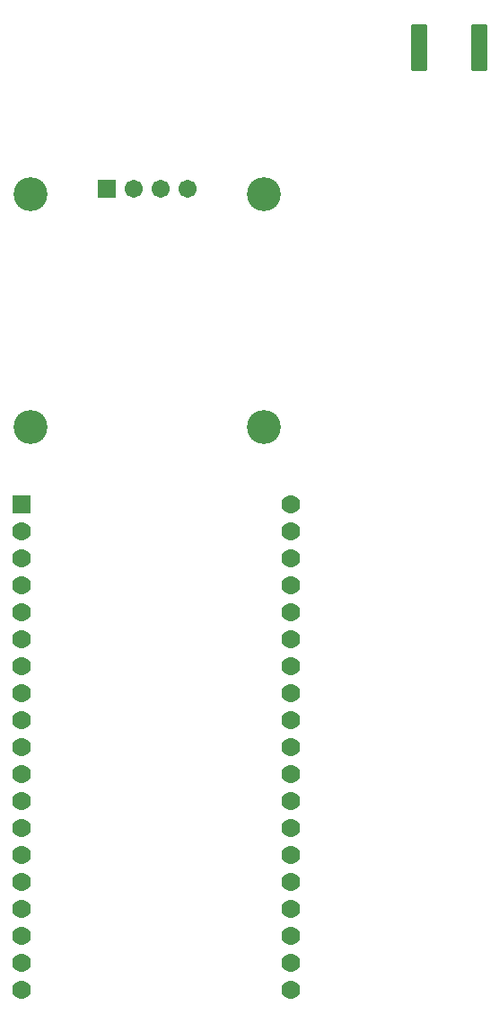
<source format=gbr>
%TF.GenerationSoftware,KiCad,Pcbnew,8.0.8*%
%TF.CreationDate,2025-03-27T02:04:05-07:00*%
%TF.ProjectId,basicPCB,62617369-6350-4434-922e-6b696361645f,rev?*%
%TF.SameCoordinates,Original*%
%TF.FileFunction,Soldermask,Bot*%
%TF.FilePolarity,Negative*%
%FSLAX46Y46*%
G04 Gerber Fmt 4.6, Leading zero omitted, Abs format (unit mm)*
G04 Created by KiCad (PCBNEW 8.0.8) date 2025-03-27 02:04:05*
%MOMM*%
%LPD*%
G01*
G04 APERTURE LIST*
G04 Aperture macros list*
%AMRoundRect*
0 Rectangle with rounded corners*
0 $1 Rounding radius*
0 $2 $3 $4 $5 $6 $7 $8 $9 X,Y pos of 4 corners*
0 Add a 4 corners polygon primitive as box body*
4,1,4,$2,$3,$4,$5,$6,$7,$8,$9,$2,$3,0*
0 Add four circle primitives for the rounded corners*
1,1,$1+$1,$2,$3*
1,1,$1+$1,$4,$5*
1,1,$1+$1,$6,$7*
1,1,$1+$1,$8,$9*
0 Add four rect primitives between the rounded corners*
20,1,$1+$1,$2,$3,$4,$5,0*
20,1,$1+$1,$4,$5,$6,$7,0*
20,1,$1+$1,$6,$7,$8,$9,0*
20,1,$1+$1,$8,$9,$2,$3,0*%
G04 Aperture macros list end*
%ADD10RoundRect,0.102000X-0.780000X-0.780000X0.780000X-0.780000X0.780000X0.780000X-0.780000X0.780000X0*%
%ADD11C,1.764000*%
%ADD12RoundRect,0.102000X0.675000X2.100000X-0.675000X2.100000X-0.675000X-2.100000X0.675000X-2.100000X0*%
%ADD13RoundRect,0.102000X-0.754000X-0.754000X0.754000X-0.754000X0.754000X0.754000X-0.754000X0.754000X0*%
%ADD14C,1.712000*%
%ADD15C,3.204000*%
G04 APERTURE END LIST*
D10*
%TO.C,U1*%
X83100000Y-99280000D03*
D11*
X83100000Y-101820000D03*
X83100000Y-104360000D03*
X83100000Y-106900000D03*
X83100000Y-109440000D03*
X83100000Y-111980000D03*
X83100000Y-114520000D03*
X83100000Y-117060000D03*
X83100000Y-119600000D03*
X83100000Y-122140000D03*
X83100000Y-124680000D03*
X83100000Y-127220000D03*
X83100000Y-129760000D03*
X83100000Y-132300000D03*
X83100000Y-134840000D03*
X83100000Y-137380000D03*
X83100000Y-139920000D03*
X83100000Y-142460000D03*
X83100000Y-145000000D03*
X108500000Y-99280000D03*
X108500000Y-101820000D03*
X108500000Y-104360000D03*
X108500000Y-106900000D03*
X108500000Y-109440000D03*
X108500000Y-111980000D03*
X108500000Y-114520000D03*
X108500000Y-117060000D03*
X108500000Y-119600000D03*
X108500000Y-122140000D03*
X108500000Y-124680000D03*
X108500000Y-127220000D03*
X108500000Y-129760000D03*
X108500000Y-132300000D03*
X108500000Y-134840000D03*
X108500000Y-137380000D03*
X108500000Y-139920000D03*
X108500000Y-142460000D03*
X108500000Y-145000000D03*
%TD*%
D12*
%TO.C,J1*%
X126325000Y-56200000D03*
X120675000Y-56200000D03*
%TD*%
D13*
%TO.C,U2*%
X91190000Y-69500000D03*
D14*
X93730000Y-69500000D03*
X96270000Y-69500000D03*
X98810000Y-69500000D03*
D15*
X84000000Y-70000000D03*
X106000000Y-70000000D03*
X106000000Y-92000000D03*
X84000000Y-92000000D03*
%TD*%
M02*

</source>
